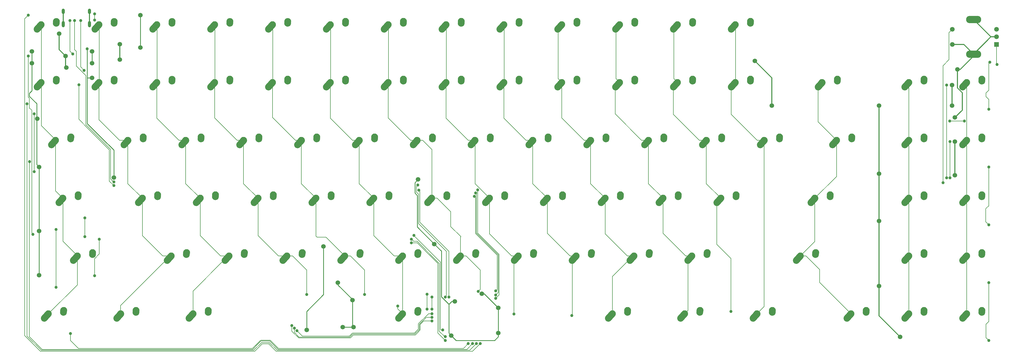
<source format=gbr>
%TF.GenerationSoftware,KiCad,Pcbnew,9.0.4*%
%TF.CreationDate,2025-09-14T19:43:05+01:00*%
%TF.ProjectId,keyboard,6b657962-6f61-4726-942e-6b696361645f,rev?*%
%TF.SameCoordinates,Original*%
%TF.FileFunction,Copper,L1,Top*%
%TF.FilePolarity,Positive*%
%FSLAX46Y46*%
G04 Gerber Fmt 4.6, Leading zero omitted, Abs format (unit mm)*
G04 Created by KiCad (PCBNEW 9.0.4) date 2025-09-14 19:43:05*
%MOMM*%
%LPD*%
G01*
G04 APERTURE LIST*
G04 Aperture macros list*
%AMRoundRect*
0 Rectangle with rounded corners*
0 $1 Rounding radius*
0 $2 $3 $4 $5 $6 $7 $8 $9 X,Y pos of 4 corners*
0 Add a 4 corners polygon primitive as box body*
4,1,4,$2,$3,$4,$5,$6,$7,$8,$9,$2,$3,0*
0 Add four circle primitives for the rounded corners*
1,1,$1+$1,$2,$3*
1,1,$1+$1,$4,$5*
1,1,$1+$1,$6,$7*
1,1,$1+$1,$8,$9*
0 Add four rect primitives between the rounded corners*
20,1,$1+$1,$2,$3,$4,$5,0*
20,1,$1+$1,$4,$5,$6,$7,0*
20,1,$1+$1,$6,$7,$8,$9,0*
20,1,$1+$1,$8,$9,$2,$3,0*%
%AMHorizOval*
0 Thick line with rounded ends*
0 $1 width*
0 $2 $3 position (X,Y) of the first rounded end (center of the circle)*
0 $4 $5 position (X,Y) of the second rounded end (center of the circle)*
0 Add line between two ends*
20,1,$1,$2,$3,$4,$5,0*
0 Add two circle primitives to create the rounded ends*
1,1,$1,$2,$3*
1,1,$1,$4,$5*%
G04 Aperture macros list end*
%TA.AperFunction,ComponentPad*%
%ADD10HorizOval,2.250000X0.655001X0.730000X-0.655001X-0.730000X0*%
%TD*%
%TA.AperFunction,ComponentPad*%
%ADD11C,2.250000*%
%TD*%
%TA.AperFunction,ComponentPad*%
%ADD12HorizOval,2.250000X0.020000X0.290000X-0.020000X-0.290000X0*%
%TD*%
%TA.AperFunction,ComponentPad*%
%ADD13C,1.550000*%
%TD*%
%TA.AperFunction,ComponentPad*%
%ADD14RoundRect,1.200000X1.300000X-0.000010X1.300000X0.000010X-1.300000X0.000010X-1.300000X-0.000010X0*%
%TD*%
%TA.AperFunction,ComponentPad*%
%ADD15R,1.550000X1.550000*%
%TD*%
%TA.AperFunction,ComponentPad*%
%ADD16O,1.000000X1.800000*%
%TD*%
%TA.AperFunction,ComponentPad*%
%ADD17O,1.000000X2.100000*%
%TD*%
%TA.AperFunction,ViaPad*%
%ADD18C,1.500000*%
%TD*%
%TA.AperFunction,ViaPad*%
%ADD19C,1.000000*%
%TD*%
%TA.AperFunction,Conductor*%
%ADD20C,0.304800*%
%TD*%
%TA.AperFunction,Conductor*%
%ADD21C,0.250000*%
%TD*%
%TA.AperFunction,Conductor*%
%ADD22C,0.152400*%
%TD*%
%TA.AperFunction,Conductor*%
%ADD23C,0.200000*%
%TD*%
G04 APERTURE END LIST*
D10*
%TO.P,MX_F9,1,COL*%
%TO.N,COL9*%
X209570001Y-38005000D03*
D11*
X210225000Y-37275000D03*
D12*
%TO.P,MX_F9,2,ROW*%
%TO.N,Net-(D55-A)*%
X215245000Y-36485000D03*
D11*
X215265000Y-36195000D03*
%TD*%
D10*
%TO.P,MX_I1,1,COL*%
%TO.N,COL8*%
X200045001Y-76105000D03*
D11*
X200700000Y-75375000D03*
D12*
%TO.P,MX_I1,2,ROW*%
%TO.N,Net-(D51-A)*%
X205720000Y-74585000D03*
D11*
X205740000Y-74295000D03*
%TD*%
D10*
%TO.P,MX_]1,1,COL*%
%TO.N,COL12*%
X276245001Y-76105000D03*
D11*
X276900000Y-75375000D03*
D12*
%TO.P,MX_]1,2,ROW*%
%TO.N,Net-(D75-A)*%
X281920000Y-74585000D03*
D11*
X281940000Y-74295000D03*
%TD*%
D10*
%TO.P,MX_Left1,1,COL*%
%TO.N,COL13*%
X304820001Y-133255000D03*
D11*
X305475000Y-132525000D03*
D12*
%TO.P,MX_Left1,2,ROW*%
%TO.N,Net-(D48-A)*%
X310495000Y-131735000D03*
D11*
X310515000Y-131445000D03*
%TD*%
D10*
%TO.P,MX_R1,1,COL*%
%TO.N,COL4*%
X123845001Y-76105000D03*
D11*
X124500000Y-75375000D03*
D12*
%TO.P,MX_R1,2,ROW*%
%TO.N,Net-(D27-A)*%
X129520000Y-74585000D03*
D11*
X129540000Y-74295000D03*
%TD*%
D10*
%TO.P,MX_F4,1,COL*%
%TO.N,COL4*%
X114320001Y-38036250D03*
D11*
X114975000Y-37306250D03*
D12*
%TO.P,MX_F4,2,ROW*%
%TO.N,Net-(D25-A)*%
X119995000Y-36516250D03*
D11*
X120015000Y-36226250D03*
%TD*%
D10*
%TO.P,MX_F12,1,COL*%
%TO.N,COL12*%
X266720001Y-38005000D03*
D11*
X267375000Y-37275000D03*
D12*
%TO.P,MX_F12,2,ROW*%
%TO.N,Net-(D73-A)*%
X272395000Y-36485000D03*
D11*
X272415000Y-36195000D03*
%TD*%
D10*
%TO.P,MX_N1,1,COL*%
%TO.N,COL6*%
X176232501Y-114205000D03*
D11*
X176887500Y-113475000D03*
D12*
%TO.P,MX_N1,2,ROW*%
%TO.N,Net-(D41-A)*%
X181907500Y-112685000D03*
D11*
X181927500Y-112395000D03*
%TD*%
D10*
%TO.P,MX_T1,1,COL*%
%TO.N,COL5*%
X142895001Y-76105000D03*
D11*
X143550000Y-75375000D03*
D12*
%TO.P,MX_T1,2,ROW*%
%TO.N,Net-(D33-A)*%
X148570000Y-74585000D03*
D11*
X148590000Y-74295000D03*
%TD*%
D10*
%TO.P,MX_Del1,1,COL*%
%TO.N,COL14*%
X323870001Y-76105000D03*
D11*
X324525000Y-75375000D03*
D12*
%TO.P,MX_Del1,2,ROW*%
%TO.N,Net-(D87-A)*%
X329545000Y-74585000D03*
D11*
X329565000Y-74295000D03*
%TD*%
D10*
%TO.P,MX_LAlt1,1,COL*%
%TO.N,COL2*%
X88126251Y-133255000D03*
D11*
X88781250Y-132525000D03*
D12*
%TO.P,MX_LAlt1,2,ROW*%
%TO.N,Net-(D18-A)*%
X93801250Y-131735000D03*
D11*
X93821250Y-131445000D03*
%TD*%
D10*
%TO.P,MX_Ins1,1,COL*%
%TO.N,COL14*%
X323870001Y-57055000D03*
D11*
X324525000Y-56325000D03*
D12*
%TO.P,MX_Ins1,2,ROW*%
%TO.N,Net-(D86-A)*%
X329545000Y-55535000D03*
D11*
X329565000Y-55245000D03*
%TD*%
D10*
%TO.P,MX_9,1,COL*%
%TO.N,COL9*%
X209570001Y-57055000D03*
D11*
X210225000Y-56325000D03*
D12*
%TO.P,MX_9,2,ROW*%
%TO.N,Net-(D56-A)*%
X215245000Y-55535000D03*
D11*
X215265000Y-55245000D03*
%TD*%
D10*
%TO.P,MX_Y1,1,COL*%
%TO.N,COL6*%
X161945001Y-76105000D03*
D11*
X162600000Y-75375000D03*
D12*
%TO.P,MX_Y1,2,ROW*%
%TO.N,Net-(D39-A)*%
X167620000Y-74585000D03*
D11*
X167640000Y-74295000D03*
%TD*%
D10*
%TO.P,MX_F13,1,COL*%
%TO.N,COL4*%
X128607501Y-95155000D03*
D11*
X129262500Y-94425000D03*
D12*
%TO.P,MX_F13,2,ROW*%
%TO.N,Net-(D28-A)*%
X134282500Y-93635000D03*
D11*
X134302500Y-93345000D03*
%TD*%
D10*
%TO.P,MX_F6,1,COL*%
%TO.N,COL6*%
X152420001Y-38005000D03*
D11*
X153075000Y-37275000D03*
D12*
%TO.P,MX_F6,2,ROW*%
%TO.N,Net-(D37-A)*%
X158095000Y-36485000D03*
D11*
X158115000Y-36195000D03*
%TD*%
D10*
%TO.P,MX_RShift1,1,COL*%
%TO.N,COL13*%
X288151251Y-114205000D03*
D11*
X288806250Y-113475000D03*
D12*
%TO.P,MX_RShift1,2,ROW*%
%TO.N,Net-(D71-A)*%
X293826250Y-112685000D03*
D11*
X293846250Y-112395000D03*
%TD*%
D10*
%TO.P,MX_3,1,COL*%
%TO.N,COL3*%
X95270001Y-57055000D03*
D11*
X95925000Y-56325000D03*
D12*
%TO.P,MX_3,2,ROW*%
%TO.N,Net-(D20-A)*%
X100945000Y-55535000D03*
D11*
X100965000Y-55245000D03*
%TD*%
D10*
%TO.P,MX_Tilda1,1,COL*%
%TO.N,COL0*%
X38120001Y-57086250D03*
D11*
X38775000Y-56356250D03*
D12*
%TO.P,MX_Tilda1,2,ROW*%
%TO.N,Net-(D3-A)*%
X43795000Y-55566250D03*
D11*
X43815000Y-55276250D03*
%TD*%
D10*
%TO.P,MX_RCtrl1,1,COL*%
%TO.N,COL12*%
X273863751Y-133255000D03*
D11*
X274518750Y-132525000D03*
D12*
%TO.P,MX_RCtrl1,2,ROW*%
%TO.N,Net-(D42-A)*%
X279538750Y-131735000D03*
D11*
X279558750Y-131445000D03*
%TD*%
D10*
%TO.P,MX_W1,1,COL*%
%TO.N,COL2*%
X85745001Y-76105000D03*
D11*
X86400000Y-75375000D03*
D12*
%TO.P,MX_W1,2,ROW*%
%TO.N,Net-(D15-A)*%
X91420000Y-74585000D03*
D11*
X91440000Y-74295000D03*
%TD*%
D10*
%TO.P,MX_LCtrl1,1,COL*%
%TO.N,COL0*%
X40501251Y-133255000D03*
D11*
X41156250Y-132525000D03*
D12*
%TO.P,MX_LCtrl1,2,ROW*%
%TO.N,Net-(D8-A)*%
X46176250Y-131735000D03*
D11*
X46196250Y-131445000D03*
%TD*%
D10*
%TO.P,MX_'1,1,COL*%
%TO.N,COL11*%
X261957501Y-95155000D03*
D11*
X262612500Y-94425000D03*
D12*
%TO.P,MX_'1,2,ROW*%
%TO.N,Net-(D70-A)*%
X267632500Y-93635000D03*
D11*
X267652500Y-93345000D03*
%TD*%
D10*
%TO.P,MX_J1,1,COL*%
%TO.N,COL7*%
X185757501Y-95155000D03*
D11*
X186412500Y-94425000D03*
D12*
%TO.P,MX_J1,2,ROW*%
%TO.N,Net-(D46-A)*%
X191432500Y-93635000D03*
D11*
X191452500Y-93345000D03*
%TD*%
D10*
%TO.P,MX_LShift1,1,COL*%
%TO.N,COL0*%
X50026251Y-114205000D03*
D11*
X50681250Y-113475000D03*
D12*
%TO.P,MX_LShift1,2,ROW*%
%TO.N,Net-(D7-A)*%
X55701250Y-112685000D03*
D11*
X55721250Y-112395000D03*
%TD*%
D10*
%TO.P,MX_4,1,COL*%
%TO.N,COL4*%
X114320001Y-57055000D03*
D11*
X114975000Y-56325000D03*
D12*
%TO.P,MX_4,2,ROW*%
%TO.N,Net-(D26-A)*%
X119995000Y-55535000D03*
D11*
X120015000Y-55245000D03*
%TD*%
D10*
%TO.P,MX_[1,1,COL*%
%TO.N,COL11*%
X257195001Y-76105000D03*
D11*
X257850000Y-75375000D03*
D12*
%TO.P,MX_[1,2,ROW*%
%TO.N,Net-(D69-A)*%
X262870000Y-74585000D03*
D11*
X262890000Y-74295000D03*
%TD*%
D10*
%TO.P,MX_.1,1,COL*%
%TO.N,COL9*%
X233382501Y-114205000D03*
D11*
X234037500Y-113475000D03*
D12*
%TO.P,MX_.1,2,ROW*%
%TO.N,Net-(D59-A)*%
X239057500Y-112685000D03*
D11*
X239077500Y-112395000D03*
%TD*%
D10*
%TO.P,MX_Up1,1,COL*%
%TO.N,COL14*%
X323870001Y-114205000D03*
D11*
X324525000Y-113475000D03*
D12*
%TO.P,MX_Up1,2,ROW*%
%TO.N,Net-(D77-A)*%
X329545000Y-112685000D03*
D11*
X329565000Y-112395000D03*
%TD*%
D10*
%TO.P,MX_2,1,COL*%
%TO.N,COL2*%
X76220001Y-57086250D03*
D11*
X76875000Y-56356250D03*
D12*
%TO.P,MX_2,2,ROW*%
%TO.N,Net-(D14-A)*%
X81895000Y-55566250D03*
D11*
X81915000Y-55276250D03*
%TD*%
D10*
%TO.P,MX_Esc1,1,COL*%
%TO.N,COL0*%
X38120001Y-38036250D03*
D11*
X38775000Y-37306250D03*
D12*
%TO.P,MX_Esc1,2,ROW*%
%TO.N,Net-(D1-A)*%
X43795000Y-36516250D03*
D11*
X43815000Y-36226250D03*
%TD*%
D10*
%TO.P,MX_X1,1,COL*%
%TO.N,COL2*%
X100032501Y-114205000D03*
D11*
X100687500Y-113475000D03*
D12*
%TO.P,MX_X1,2,ROW*%
%TO.N,Net-(D17-A)*%
X105707500Y-112685000D03*
D11*
X105727500Y-112395000D03*
%TD*%
D10*
%TO.P,MX_Z1,1,COL*%
%TO.N,COL1*%
X80982501Y-114205000D03*
D11*
X81637500Y-113475000D03*
D12*
%TO.P,MX_Z1,2,ROW*%
%TO.N,Net-(D11-A)*%
X86657500Y-112685000D03*
D11*
X86677500Y-112395000D03*
%TD*%
D10*
%TO.P,MX_7,1,COL*%
%TO.N,COL7*%
X171470001Y-57055000D03*
D11*
X172125000Y-56325000D03*
D12*
%TO.P,MX_7,2,ROW*%
%TO.N,Net-(D44-A)*%
X177145000Y-55535000D03*
D11*
X177165000Y-55245000D03*
%TD*%
D10*
%TO.P,MX_End1,1,COL*%
%TO.N,COL15*%
X342920001Y-76105000D03*
D11*
X343575000Y-75375000D03*
D12*
%TO.P,MX_End1,2,ROW*%
%TO.N,Net-(D93-A)*%
X348595000Y-74585000D03*
D11*
X348615000Y-74295000D03*
%TD*%
D10*
%TO.P,MX_B1,1,COL*%
%TO.N,COL5*%
X157182501Y-114205000D03*
D11*
X157837500Y-113475000D03*
D12*
%TO.P,MX_B1,2,ROW*%
%TO.N,Net-(D35-A)*%
X162857500Y-112685000D03*
D11*
X162877500Y-112395000D03*
%TD*%
D10*
%TO.P,MX_D1,1,COL*%
%TO.N,COL3*%
X109557501Y-95155000D03*
D11*
X110212500Y-94425000D03*
D12*
%TO.P,MX_D1,2,ROW*%
%TO.N,Net-(D22-A)*%
X115232500Y-93635000D03*
D11*
X115252500Y-93345000D03*
%TD*%
D10*
%TO.P,MX_F1,1,COL*%
%TO.N,COL1*%
X57170001Y-38036250D03*
D11*
X57825000Y-37306250D03*
D12*
%TO.P,MX_F1,2,ROW*%
%TO.N,Net-(D2-A)*%
X62845000Y-36516250D03*
D11*
X62865000Y-36226250D03*
%TD*%
D10*
%TO.P,MX_V1,1,COL*%
%TO.N,COL4*%
X138132501Y-114205000D03*
D11*
X138787500Y-113475000D03*
D12*
%TO.P,MX_V1,2,ROW*%
%TO.N,Net-(D29-A)*%
X143807500Y-112685000D03*
D11*
X143827500Y-112395000D03*
%TD*%
D10*
%TO.P,MX_5,1,COL*%
%TO.N,COL5*%
X133370001Y-57055000D03*
D11*
X134025000Y-56325000D03*
D12*
%TO.P,MX_5,2,ROW*%
%TO.N,Net-(D32-A)*%
X139045000Y-55535000D03*
D11*
X139065000Y-55245000D03*
%TD*%
D10*
%TO.P,MX_PtrSc1,1,COL*%
%TO.N,COL14*%
X323870001Y-95155000D03*
D11*
X324525000Y-94425000D03*
D12*
%TO.P,MX_PtrSc1,2,ROW*%
%TO.N,Net-(D82-A)*%
X329545000Y-93635000D03*
D11*
X329565000Y-93345000D03*
%TD*%
D10*
%TO.P,MX_1,1,COL*%
%TO.N,COL1*%
X57170001Y-57086250D03*
D11*
X57825000Y-56356250D03*
D12*
%TO.P,MX_1,2,ROW*%
%TO.N,Net-(D4-A)*%
X62845000Y-55566250D03*
D11*
X62865000Y-55276250D03*
%TD*%
D10*
%TO.P,MX_PgDn1,1,COL*%
%TO.N,COL15*%
X342920001Y-114205000D03*
D11*
X343575000Y-113475000D03*
D12*
%TO.P,MX_PgDn1,2,ROW*%
%TO.N,Net-(D83-A)*%
X348595000Y-112685000D03*
D11*
X348615000Y-112395000D03*
%TD*%
D10*
%TO.P,MX_F8,1,COL*%
%TO.N,COL8*%
X190520001Y-38036250D03*
D11*
X191175000Y-37306250D03*
D12*
%TO.P,MX_F8,2,ROW*%
%TO.N,Net-(D49-A)*%
X196195000Y-36516250D03*
D11*
X196215000Y-36226250D03*
%TD*%
D10*
%TO.P,MX_BckSpace1,1,COL*%
%TO.N,COL13*%
X295295001Y-57055000D03*
D11*
X295950000Y-56325000D03*
D12*
%TO.P,MX_BckSpace1,2,ROW*%
%TO.N,Net-(D80-A)*%
X300970000Y-55535000D03*
D11*
X300990000Y-55245000D03*
%TD*%
D10*
%TO.P,MX_Space1,1,COL*%
%TO.N,COL5*%
X157182501Y-133255000D03*
D11*
X157837500Y-132525000D03*
D12*
%TO.P,MX_Space1,2,ROW*%
%TO.N,Net-(D24-A)*%
X162857500Y-131735000D03*
D11*
X162877500Y-131445000D03*
%TD*%
D10*
%TO.P,MX_H1,1,COL*%
%TO.N,COL6*%
X166707501Y-95155000D03*
D11*
X167362500Y-94425000D03*
D12*
%TO.P,MX_H1,2,ROW*%
%TO.N,Net-(D40-A)*%
X172382500Y-93635000D03*
D11*
X172402500Y-93345000D03*
%TD*%
D10*
%TO.P,MX_Caps1,1,COL*%
%TO.N,COL0*%
X45263751Y-95155000D03*
D11*
X45918750Y-94425000D03*
D12*
%TO.P,MX_Caps1,2,ROW*%
%TO.N,Net-(D6-A)*%
X50938750Y-93635000D03*
D11*
X50958750Y-93345000D03*
%TD*%
D10*
%TO.P,MX_6,1,COL*%
%TO.N,COL6*%
X152420001Y-57055000D03*
D11*
X153075000Y-56325000D03*
D12*
%TO.P,MX_6,2,ROW*%
%TO.N,Net-(D38-A)*%
X158095000Y-55535000D03*
D11*
X158115000Y-55245000D03*
%TD*%
D10*
%TO.P,MX_RAlt1,1,COL*%
%TO.N,COL9*%
X226238751Y-133255000D03*
D11*
X226893750Y-132525000D03*
D12*
%TO.P,MX_RAlt1,2,ROW*%
%TO.N,Net-(D30-A)*%
X231913750Y-131735000D03*
D11*
X231933750Y-131445000D03*
%TD*%
D10*
%TO.P,MX_LWin1,1,COL*%
%TO.N,COL1*%
X64313751Y-133255000D03*
D11*
X64968750Y-132525000D03*
D12*
%TO.P,MX_LWin1,2,ROW*%
%TO.N,Net-(D12-A)*%
X69988750Y-131735000D03*
D11*
X70008750Y-131445000D03*
%TD*%
D10*
%TO.P,MX_C1,1,COL*%
%TO.N,COL3*%
X119082501Y-114205000D03*
D11*
X119737500Y-113475000D03*
D12*
%TO.P,MX_C1,2,ROW*%
%TO.N,Net-(D23-A)*%
X124757500Y-112685000D03*
D11*
X124777500Y-112395000D03*
%TD*%
D10*
%TO.P,MX_F7,1,COL*%
%TO.N,COL7*%
X171470001Y-38005000D03*
D11*
X172125000Y-37275000D03*
D12*
%TO.P,MX_F7,2,ROW*%
%TO.N,Net-(D43-A)*%
X177145000Y-36485000D03*
D11*
X177165000Y-36195000D03*
%TD*%
D10*
%TO.P,MX_F11,1,COL*%
%TO.N,COL11*%
X247670001Y-38036250D03*
D11*
X248325000Y-37306250D03*
D12*
%TO.P,MX_F11,2,ROW*%
%TO.N,Net-(D67-A)*%
X253345000Y-36516250D03*
D11*
X253365000Y-36226250D03*
%TD*%
D10*
%TO.P,MX_M1,1,COL*%
%TO.N,COL7*%
X195282501Y-114205000D03*
D11*
X195937500Y-113475000D03*
D12*
%TO.P,MX_M1,2,ROW*%
%TO.N,Net-(D47-A)*%
X200957500Y-112685000D03*
D11*
X200977500Y-112395000D03*
%TD*%
D10*
%TO.P,MX_Q1,1,COL*%
%TO.N,COL1*%
X66695001Y-76105000D03*
D11*
X67350000Y-75375000D03*
D12*
%TO.P,MX_Q1,2,ROW*%
%TO.N,Net-(D9-A)*%
X72370000Y-74585000D03*
D11*
X72390000Y-74295000D03*
%TD*%
D10*
%TO.P,MX_-1,1,COL*%
%TO.N,COL11*%
X247670001Y-57055000D03*
D11*
X248325000Y-56325000D03*
D12*
%TO.P,MX_-1,2,ROW*%
%TO.N,Net-(D68-A)*%
X253345000Y-55535000D03*
D11*
X253365000Y-55245000D03*
%TD*%
D10*
%TO.P,MX_E1,1,COL*%
%TO.N,COL3*%
X104795001Y-76105000D03*
D11*
X105450000Y-75375000D03*
D12*
%TO.P,MX_E1,2,ROW*%
%TO.N,Net-(D21-A)*%
X110470000Y-74585000D03*
D11*
X110490000Y-74295000D03*
%TD*%
D10*
%TO.P,MX_A1,1,COL*%
%TO.N,COL1*%
X71457501Y-95155000D03*
D11*
X72112500Y-94425000D03*
D12*
%TO.P,MX_A1,2,ROW*%
%TO.N,Net-(D10-A)*%
X77132500Y-93635000D03*
D11*
X77152500Y-93345000D03*
%TD*%
D10*
%TO.P,MX_Tab1,1,COL*%
%TO.N,COL0*%
X42882501Y-76105000D03*
D11*
X43537500Y-75375000D03*
D12*
%TO.P,MX_Tab1,2,ROW*%
%TO.N,Net-(D5-A)*%
X48557500Y-74585000D03*
D11*
X48577500Y-74295000D03*
%TD*%
D10*
%TO.P,MX_O1,1,COL*%
%TO.N,COL9*%
X219095001Y-76105000D03*
D11*
X219750000Y-75375000D03*
D12*
%TO.P,MX_O1,2,ROW*%
%TO.N,Net-(D57-A)*%
X224770000Y-74585000D03*
D11*
X224790000Y-74295000D03*
%TD*%
D10*
%TO.P,MX_Right1,1,COL*%
%TO.N,COL15*%
X342920001Y-133255000D03*
D11*
X343575000Y-132525000D03*
D12*
%TO.P,MX_Right1,2,ROW*%
%TO.N,Net-(D60-A)*%
X348595000Y-131735000D03*
D11*
X348615000Y-131445000D03*
%TD*%
D10*
%TO.P,MX_U1,1,COL*%
%TO.N,COL7*%
X180995001Y-76105000D03*
D11*
X181650000Y-75375000D03*
D12*
%TO.P,MX_U1,2,ROW*%
%TO.N,Net-(D45-A)*%
X186670000Y-74585000D03*
D11*
X186690000Y-74295000D03*
%TD*%
D10*
%TO.P,MX_\u005C1,1,COL*%
%TO.N,COL13*%
X300057501Y-76105000D03*
D11*
X300712500Y-75375000D03*
D12*
%TO.P,MX_\u005C1,2,ROW*%
%TO.N,Net-(D81-A)*%
X305732500Y-74585000D03*
D11*
X305752500Y-74295000D03*
%TD*%
D10*
%TO.P,MX_PgUp1,1,COL*%
%TO.N,COL15*%
X342920001Y-95155000D03*
D11*
X343575000Y-94425000D03*
D12*
%TO.P,MX_PgUp1,2,ROW*%
%TO.N,Net-(D88-A)*%
X348595000Y-93635000D03*
D11*
X348615000Y-93345000D03*
%TD*%
D10*
%TO.P,MX_F3,1,COL*%
%TO.N,COL3*%
X95270001Y-38036250D03*
D11*
X95925000Y-37306250D03*
D12*
%TO.P,MX_F3,2,ROW*%
%TO.N,Net-(D19-A)*%
X100945000Y-36516250D03*
D11*
X100965000Y-36226250D03*
%TD*%
D13*
%TO.P,ENC1,1,1*%
%TO.N,GND*%
X338871875Y-43775000D03*
%TO.P,ENC1,2,2*%
%TO.N,S1*%
X338871875Y-38775000D03*
D14*
%TO.P,ENC1,3,MNT_1*%
%TO.N,GND*%
X345871875Y-46975000D03*
%TO.P,ENC1,4,MNT_2*%
X345871875Y-35575000D03*
D15*
%TO.P,ENC1,A,CHANNEL_A*%
%TO.N,A*%
X353371875Y-43775000D03*
D13*
%TO.P,ENC1,B,CHANNEL_B*%
%TO.N,B*%
X353371875Y-38775000D03*
%TO.P,ENC1,C,COMMON*%
%TO.N,GND*%
X353371875Y-41275000D03*
%TD*%
D10*
%TO.P,MX_;1,1,COL*%
%TO.N,COL10*%
X242907501Y-95155000D03*
D11*
X243562500Y-94425000D03*
D12*
%TO.P,MX_;1,2,ROW*%
%TO.N,Net-(D64-A)*%
X248582500Y-93635000D03*
D11*
X248602500Y-93345000D03*
%TD*%
D10*
%TO.P,MX_P1,1,COL*%
%TO.N,COL10*%
X238145001Y-76105000D03*
D11*
X238800000Y-75375000D03*
D12*
%TO.P,MX_P1,2,ROW*%
%TO.N,Net-(D63-A)*%
X243820000Y-74585000D03*
D11*
X243840000Y-74295000D03*
%TD*%
D10*
%TO.P,MX_Down1,1,COL*%
%TO.N,COL14*%
X323870001Y-133255000D03*
D11*
X324525000Y-132525000D03*
D12*
%TO.P,MX_Down1,2,ROW*%
%TO.N,Net-(D54-A)*%
X329545000Y-131735000D03*
D11*
X329565000Y-131445000D03*
%TD*%
D10*
%TO.P,MX_F5,1,COL*%
%TO.N,COL5*%
X133370001Y-38005000D03*
D11*
X134025000Y-37275000D03*
D12*
%TO.P,MX_F5,2,ROW*%
%TO.N,Net-(D31-A)*%
X139045000Y-36485000D03*
D11*
X139065000Y-36195000D03*
%TD*%
D10*
%TO.P,MX_Enter1,1,COL*%
%TO.N,COL13*%
X292913751Y-95155000D03*
D11*
X293568750Y-94425000D03*
D12*
%TO.P,MX_Enter1,2,ROW*%
%TO.N,Net-(D76-A)*%
X298588750Y-93635000D03*
D11*
X298608750Y-93345000D03*
%TD*%
D10*
%TO.P,MX_\u002C1,1,COL*%
%TO.N,COL8*%
X214332501Y-114205000D03*
D11*
X214987500Y-113475000D03*
D12*
%TO.P,MX_\u002C1,2,ROW*%
%TO.N,Net-(D53-A)*%
X220007500Y-112685000D03*
D11*
X220027500Y-112395000D03*
%TD*%
D10*
%TO.P,MX_G1,1,COL*%
%TO.N,COL5*%
X147657501Y-95155000D03*
D11*
X148312500Y-94425000D03*
D12*
%TO.P,MX_G1,2,ROW*%
%TO.N,Net-(D34-A)*%
X153332500Y-93635000D03*
D11*
X153352500Y-93345000D03*
%TD*%
D10*
%TO.P,MX_F2,1,COL*%
%TO.N,COL2*%
X76220001Y-38036250D03*
D11*
X76875000Y-37306250D03*
D12*
%TO.P,MX_F2,2,ROW*%
%TO.N,Net-(D13-A)*%
X81895000Y-36516250D03*
D11*
X81915000Y-36226250D03*
%TD*%
D10*
%TO.P,MX_=1,1,COL*%
%TO.N,COL12*%
X266720001Y-57055000D03*
D11*
X267375000Y-56325000D03*
D12*
%TO.P,MX_=1,2,ROW*%
%TO.N,Net-(D74-A)*%
X272395000Y-55535000D03*
D11*
X272415000Y-55245000D03*
%TD*%
D10*
%TO.P,MX_0,1,COL*%
%TO.N,COL10*%
X228620001Y-57055000D03*
D11*
X229275000Y-56325000D03*
D12*
%TO.P,MX_0,2,ROW*%
%TO.N,Net-(D62-A)*%
X234295000Y-55535000D03*
D11*
X234315000Y-55245000D03*
%TD*%
D10*
%TO.P,MX_S1,1,COL*%
%TO.N,COL2*%
X90507501Y-95155000D03*
D11*
X91162500Y-94425000D03*
D12*
%TO.P,MX_S1,2,ROW*%
%TO.N,Net-(D16-A)*%
X96182500Y-93635000D03*
D11*
X96202500Y-93345000D03*
%TD*%
D10*
%TO.P,MX_RWin1,1,COL*%
%TO.N,COL10*%
X250051251Y-133255000D03*
D11*
X250706250Y-132525000D03*
D12*
%TO.P,MX_RWin1,2,ROW*%
%TO.N,Net-(D36-A)*%
X255726250Y-131735000D03*
D11*
X255746250Y-131445000D03*
%TD*%
D10*
%TO.P,MX_8,1,COL*%
%TO.N,COL8*%
X190520001Y-57055000D03*
D11*
X191175000Y-56325000D03*
D12*
%TO.P,MX_8,2,ROW*%
%TO.N,Net-(D50-A)*%
X196195000Y-55535000D03*
D11*
X196215000Y-55245000D03*
%TD*%
D10*
%TO.P,MX_K1,1,COL*%
%TO.N,COL8*%
X204807501Y-95155000D03*
D11*
X205462500Y-94425000D03*
D12*
%TO.P,MX_K1,2,ROW*%
%TO.N,Net-(D52-A)*%
X210482500Y-93635000D03*
D11*
X210502500Y-93345000D03*
%TD*%
D10*
%TO.P,MX_L1,1,COL*%
%TO.N,COL9*%
X223857501Y-95155000D03*
D11*
X224512500Y-94425000D03*
D12*
%TO.P,MX_L1,2,ROW*%
%TO.N,Net-(D58-A)*%
X229532500Y-93635000D03*
D11*
X229552500Y-93345000D03*
%TD*%
D10*
%TO.P,MX_F10,1,COL*%
%TO.N,COL10*%
X228620001Y-38005000D03*
D11*
X229275000Y-37275000D03*
D12*
%TO.P,MX_F10,2,ROW*%
%TO.N,Net-(D61-A)*%
X234295000Y-36485000D03*
D11*
X234315000Y-36195000D03*
%TD*%
D10*
%TO.P,MX_Home1,1,COL*%
%TO.N,COL15*%
X342920001Y-57055000D03*
D11*
X343575000Y-56325000D03*
D12*
%TO.P,MX_Home1,2,ROW*%
%TO.N,Net-(D92-A)*%
X348595000Y-55535000D03*
D11*
X348615000Y-55245000D03*
%TD*%
D10*
%TO.P,MX_/1,1,COL*%
%TO.N,COL10*%
X252432501Y-114205000D03*
D11*
X253087500Y-113475000D03*
D12*
%TO.P,MX_/1,2,ROW*%
%TO.N,Net-(D65-A)*%
X258107500Y-112685000D03*
D11*
X258127500Y-112395000D03*
%TD*%
D16*
%TO.P,J3,S1,SHIELD*%
%TO.N,GND*%
X46099000Y-32880000D03*
D17*
X46099000Y-37080000D03*
D16*
X54739000Y-32880000D03*
D17*
X54739000Y-37080000D03*
%TD*%
D18*
%TO.N,GND*%
X55562500Y-46037500D03*
X55562500Y-50006250D03*
X71437500Y-34131250D03*
X71437500Y-44846875D03*
X38100000Y-105257239D03*
X340518750Y-51990625D03*
X38100000Y-84137500D03*
X339725000Y-67865625D03*
X141684375Y-136921875D03*
X38100000Y-119856250D03*
X136525000Y-122301000D03*
X35718750Y-50006250D03*
X138112500Y-136921875D03*
X141287500Y-128008175D03*
X35718750Y-46037500D03*
X37488700Y-68262500D03*
%TO.N,+5V*%
X273843750Y-49212500D03*
X314706000Y-101981000D03*
X46831250Y-47625000D03*
X279400000Y-63956250D03*
X338765625Y-63956250D03*
X47117000Y-51435000D03*
X338765625Y-57150000D03*
X314706000Y-123361100D03*
X44730750Y-40259000D03*
X314706000Y-63956250D03*
X314706000Y-86396050D03*
X339725000Y-75803125D03*
X321691000Y-140156250D03*
X64683158Y-43663717D03*
X64690625Y-48756250D03*
X339725000Y-86883650D03*
D19*
%TO.N,ROW0*%
X183356250Y-142380000D03*
X34528125Y-34131250D03*
%TO.N,ROW1*%
X182102057Y-142380000D03*
X34150000Y-63316937D03*
%TO.N,COL0*%
X123031250Y-138112500D03*
X167481728Y-132511840D03*
%TO.N,COL1*%
X122183074Y-137264324D03*
X167468817Y-133711273D03*
%TO.N,D+*%
X173037500Y-126991285D03*
X51228946Y-57117929D03*
X62706250Y-90279776D03*
X163200985Y-91811601D03*
%TO.N,D-*%
X49784000Y-35941000D03*
X162843381Y-90141845D03*
X62706250Y-89080273D03*
X171887497Y-126991285D03*
%TO.N,ROW3*%
X53181250Y-100965000D03*
X160734375Y-107990622D03*
X53181250Y-107156250D03*
X171846875Y-140096875D03*
%TO.N,ROW2*%
X180875652Y-142380000D03*
X34943750Y-82393260D03*
%TO.N,ROW5*%
X48418750Y-139065000D03*
X179451017Y-142380000D03*
%TO.N,A*%
X336946875Y-57150000D03*
X181439425Y-93853859D03*
X188515625Y-125015625D03*
X353615625Y-50403125D03*
X336946875Y-87709375D03*
%TO.N,B*%
X338096878Y-87709375D03*
X188515625Y-126305281D03*
X342848800Y-69056250D03*
X338096878Y-75803125D03*
X181836300Y-92706718D03*
X337981250Y-69056250D03*
%TO.N,S1*%
X188515625Y-127455284D03*
X335756250Y-89319593D03*
X182562500Y-91678125D03*
%TO.N,COL5*%
X156182615Y-129988865D03*
%TO.N,COL4*%
X145256250Y-126149226D03*
X165893750Y-126067063D03*
X165893750Y-130968750D03*
%TO.N,COL2*%
X167508635Y-134910115D03*
X121334898Y-136416148D03*
%TO.N,COL3*%
X167481250Y-126991285D03*
X126206250Y-126206250D03*
X167481250Y-130968750D03*
%TO.N,COL6*%
X182688042Y-125165931D03*
%TO.N,COL7*%
X194468750Y-132635800D03*
%TO.N,Net-(J3-CC2)*%
X56356250Y-35718750D03*
X56356250Y-33734375D03*
%TO.N,Net-(J3-D+-PadA6)*%
X51816000Y-35941000D03*
X52959000Y-52324000D03*
%TO.N,Net-(J3-CC1)*%
X48260000Y-35941000D03*
X49212500Y-46905750D03*
%TO.N,RGB_PIN*%
X36115625Y-106331739D03*
X34528125Y-47625000D03*
X161528125Y-106706730D03*
X171007887Y-137862000D03*
D18*
%TO.N,+3V3*%
X55562500Y-54768750D03*
X126206250Y-137831750D03*
X62706250Y-87630770D03*
X189309375Y-130571875D03*
X189309375Y-138906250D03*
X131762500Y-110331250D03*
X173831250Y-139700000D03*
X162941000Y-88265000D03*
X175021875Y-128437000D03*
X168275000Y-109537500D03*
X183866104Y-125922354D03*
D19*
X53975000Y-45243750D03*
%TO.N,Net-(LED_CAPS1-DOUT)*%
X43656250Y-104775000D03*
X43656250Y-123825000D03*
%TO.N,Net-(LED_End1-DOUT)*%
X350837500Y-103187500D03*
X350837500Y-84137500D03*
%TO.N,Net-(LED_F12-DOUT)*%
X350837500Y-65087500D03*
X351234375Y-49609375D03*
%TO.N,Net-(LED_PGDN1-DOUT)*%
X350837500Y-141287500D03*
X350837500Y-122237500D03*
%TO.N,Net-(LED_TAB1-DIN)*%
X36512500Y-85725000D03*
X36512500Y-66675000D03*
%TO.N,COL11*%
X265906250Y-131762500D03*
%TO.N,COL8*%
X213518750Y-133135800D03*
%TO.N,ROW4*%
X160734375Y-109140625D03*
X57943750Y-107980750D03*
X171846875Y-141287500D03*
X56356250Y-120015000D03*
%TD*%
D20*
%TO.N,GND*%
X339725000Y-67865625D02*
X342106250Y-65484375D01*
X351571875Y-41275000D02*
X345871875Y-46975000D01*
X341456250Y-51990625D02*
X346471875Y-46975000D01*
D21*
X141684375Y-136921875D02*
X138112500Y-136921875D01*
X35718750Y-50006250D02*
X35718750Y-46037500D01*
D20*
X340518750Y-58099657D02*
X340518750Y-51990625D01*
D21*
X71437500Y-34131250D02*
X71437500Y-44846875D01*
X38100000Y-84137500D02*
X38100000Y-119856250D01*
X37488700Y-68262500D02*
X37306250Y-68080050D01*
D20*
X340518750Y-51990625D02*
X341456250Y-51990625D01*
D21*
X35718750Y-59065409D02*
X35718750Y-50006250D01*
X141287500Y-128008175D02*
X141287500Y-136525000D01*
X37306250Y-63234591D02*
X34925000Y-60853341D01*
X136525000Y-123031250D02*
X136525000Y-122301000D01*
D20*
X338871875Y-43775000D02*
X342671875Y-43775000D01*
D21*
X55562500Y-50006250D02*
X55562500Y-46037500D01*
X141287500Y-136525000D02*
X141684375Y-136921875D01*
D20*
X54739000Y-32880000D02*
X54739000Y-37080000D01*
X342106250Y-65484375D02*
X342106250Y-59687157D01*
D21*
X37488700Y-68262500D02*
X37306250Y-68444950D01*
X34925000Y-60853341D02*
X34925000Y-59859159D01*
X141287500Y-127793750D02*
X136525000Y-123031250D01*
D20*
X353371875Y-41275000D02*
X351571875Y-41275000D01*
X342671875Y-43775000D02*
X345871875Y-46975000D01*
D21*
X37306250Y-68080050D02*
X37306250Y-63234591D01*
D20*
X351571875Y-41275000D02*
X345871875Y-35575000D01*
D21*
X34925000Y-59859159D02*
X35718750Y-59065409D01*
X141287500Y-128008175D02*
X141287500Y-127793750D01*
D20*
X46099000Y-32880000D02*
X46099000Y-37080000D01*
D21*
X37306250Y-83343750D02*
X38100000Y-84137500D01*
D20*
X342106250Y-59687157D02*
X340518750Y-58099657D01*
D21*
X37306250Y-68444950D02*
X37306250Y-83343750D01*
D20*
%TO.N,+5V*%
X314706000Y-86396050D02*
X314706000Y-101981000D01*
X273843750Y-49212500D02*
X279400000Y-54768750D01*
X338765625Y-57150000D02*
X338765625Y-63956250D01*
X44730750Y-45524500D02*
X46831250Y-47625000D01*
X279400000Y-54768750D02*
X279400000Y-63956250D01*
X314706000Y-101981000D02*
X314706000Y-123361100D01*
X46831250Y-51149250D02*
X47117000Y-51435000D01*
X339725000Y-75803125D02*
X339725000Y-86883650D01*
X44730750Y-40259000D02*
X44730750Y-45524500D01*
X314706000Y-133171250D02*
X321691000Y-140156250D01*
X64683158Y-48748783D02*
X64690625Y-48756250D01*
X314706000Y-63956250D02*
X314706000Y-86396050D01*
X314706000Y-123361100D02*
X314706000Y-133171250D01*
X64683158Y-43663717D02*
X64683158Y-48748783D01*
X46831250Y-47625000D02*
X46831250Y-51149250D01*
D22*
%TO.N,ROW0*%
X180876875Y-144859375D02*
X116141329Y-144859375D01*
X183356250Y-142380000D02*
X180876875Y-144859375D01*
X113693533Y-142411579D02*
X111588421Y-142411579D01*
X34528125Y-34131250D02*
X33337500Y-35321875D01*
X116141329Y-144859375D02*
X113693533Y-142411579D01*
X111588421Y-142411579D02*
X109140625Y-144859375D01*
X33337500Y-35321875D02*
X33337500Y-139699998D01*
X109140625Y-144859375D02*
X38496875Y-144859375D01*
X38496875Y-144859375D02*
X33337500Y-139700000D01*
%TO.N,ROW1*%
X116474647Y-144556975D02*
X113879731Y-141962059D01*
X111402224Y-141962059D02*
X108807308Y-144556975D01*
X108807308Y-144556975D02*
X38830194Y-144556975D01*
X113879731Y-141962059D02*
X111402224Y-141962059D01*
X34150000Y-139876781D02*
X34150000Y-63316937D01*
X179925082Y-144556975D02*
X116474647Y-144556975D01*
X38830194Y-144556975D02*
X34150000Y-139876781D01*
X182102057Y-142380000D02*
X179925082Y-144556975D01*
%TO.N,COL0*%
X140300340Y-139888950D02*
X124807700Y-139888950D01*
X163012990Y-137615083D02*
X161721823Y-138906250D01*
X46005750Y-94456250D02*
X46005750Y-108680250D01*
X43537500Y-75375000D02*
X43537500Y-92043750D01*
X50681250Y-113475000D02*
X50681250Y-123000000D01*
X50681250Y-123000000D02*
X41156250Y-132525000D01*
X141283040Y-138906250D02*
X140300340Y-139888950D01*
X38893750Y-70580250D02*
X43719750Y-75406250D01*
X38893750Y-56356250D02*
X38893750Y-70580250D01*
X166354280Y-132511840D02*
X163012990Y-135853130D01*
X46005750Y-108680250D02*
X50831750Y-113506250D01*
X124807700Y-139888950D02*
X123031250Y-138112500D01*
X43537500Y-92043750D02*
X45918750Y-94425000D01*
X167481728Y-132511840D02*
X166354280Y-132511840D01*
X163012990Y-135853130D02*
X163012990Y-137615083D01*
X38893750Y-37306250D02*
X38893750Y-56356250D01*
X161721823Y-138906250D02*
X141283040Y-138906250D01*
%TO.N,COL1*%
X161847081Y-139208650D02*
X141408298Y-139208650D01*
X64968750Y-129796659D02*
X64968750Y-132525000D01*
X122183074Y-138638420D02*
X122183074Y-137264324D01*
X140425598Y-140191350D02*
X123736004Y-140191350D01*
X141408298Y-139208650D02*
X140425598Y-140191350D01*
X163315390Y-137740341D02*
X161847081Y-139208650D01*
X67350000Y-89662500D02*
X72112500Y-94425000D01*
X123736004Y-140191350D02*
X122183074Y-138638420D01*
X57943750Y-37306250D02*
X57943750Y-56356250D01*
X64580000Y-75375000D02*
X67350000Y-75375000D01*
X167468817Y-133711273D02*
X165582505Y-133711273D01*
X67595750Y-75406250D02*
X67727329Y-75537829D01*
X163315390Y-135978388D02*
X163315390Y-137740341D01*
X67350000Y-75375000D02*
X67350000Y-89662500D01*
X57825000Y-68620000D02*
X64580000Y-75375000D01*
X72112500Y-106783500D02*
X78804000Y-113475000D01*
X165582505Y-133711273D02*
X163315390Y-135978388D01*
X80327500Y-114935000D02*
X79830409Y-114935000D01*
X72112500Y-94425000D02*
X72112500Y-106783500D01*
X57825000Y-56356250D02*
X57825000Y-68620000D01*
X78804000Y-113475000D02*
X81637500Y-113475000D01*
X79830409Y-114935000D02*
X64968750Y-129796659D01*
D23*
%TO.N,D+*%
X163487500Y-92098116D02*
X163200985Y-91811601D01*
X173037500Y-111954105D02*
X163487500Y-102404105D01*
X51228946Y-57117929D02*
X51196875Y-57150000D01*
X60836247Y-78070003D02*
X61257219Y-78490975D01*
X51196875Y-68430631D02*
X54486247Y-71720003D01*
X61257219Y-88830745D02*
X62706250Y-90279776D01*
X54486247Y-71720003D02*
X54486247Y-71731525D01*
X60824725Y-78070003D02*
X60836247Y-78070003D01*
X173037500Y-126991285D02*
X173037500Y-111954105D01*
X61257219Y-78490975D02*
X61257219Y-88830745D01*
X51196875Y-57150000D02*
X51196875Y-68430631D01*
X163487500Y-102404105D02*
X163487500Y-92098116D01*
X54486247Y-71731525D02*
X60824725Y-78070003D01*
%TO.N,D-*%
X171887497Y-126991285D02*
X172243750Y-126635032D01*
X49784000Y-45466000D02*
X49784000Y-35941000D01*
X53500961Y-54008961D02*
X53213000Y-53721000D01*
X162401485Y-92453469D02*
X162401485Y-90583741D01*
X50419000Y-46101000D02*
X49784000Y-45466000D01*
X53213000Y-53721000D02*
X50419000Y-50927000D01*
X53550480Y-70219230D02*
X53641625Y-70310375D01*
X163087980Y-93139964D02*
X162401485Y-92453469D01*
X162401485Y-90583741D02*
X162843381Y-90141845D01*
X50419000Y-50038000D02*
X50419000Y-46101000D01*
X53641625Y-70310375D02*
X61656739Y-78325489D01*
X53641625Y-70310375D02*
X53500961Y-70169711D01*
X172243750Y-126635032D02*
X172243750Y-111918750D01*
X62671519Y-89080273D02*
X62706250Y-89080273D01*
X53500961Y-70169711D02*
X53500961Y-55084039D01*
X53500961Y-55084039D02*
X53500961Y-54008961D01*
X172243750Y-111918750D02*
X163087980Y-102762980D01*
X61656739Y-88065493D02*
X62671519Y-89080273D01*
X50419000Y-50927000D02*
X50419000Y-50038000D01*
X61656739Y-78325489D02*
X61656739Y-88065493D01*
X163087980Y-102762980D02*
X163087980Y-93139964D01*
D22*
%TO.N,ROW3*%
X169862500Y-138244615D02*
X171714760Y-140096875D01*
X171714760Y-140096875D02*
X171846875Y-140096875D01*
X161426943Y-108683190D02*
X162658190Y-108683190D01*
X53181250Y-100965000D02*
X53181250Y-107156250D01*
X162658190Y-108683190D02*
X169862500Y-115887500D01*
X160734375Y-107990622D02*
X161426943Y-108683190D01*
X169862500Y-115887500D02*
X169862500Y-138244615D01*
%TO.N,ROW2*%
X34925000Y-82412010D02*
X34943750Y-82393260D01*
X179001077Y-144254575D02*
X116807965Y-144254575D01*
X108473989Y-144254575D02*
X39093480Y-144254575D01*
X180875652Y-142380000D02*
X179001077Y-144254575D01*
X34925000Y-140086095D02*
X34925000Y-82412010D01*
X110092407Y-142636157D02*
X108473989Y-144254575D01*
X116807965Y-144254575D02*
X114065929Y-141512539D01*
X39093480Y-144254575D02*
X34925000Y-140086095D01*
X111216027Y-141512539D02*
X110092407Y-142636157D01*
X114065929Y-141512539D02*
X111216027Y-141512539D01*
%TO.N,ROW5*%
X177878842Y-143952175D02*
X116933223Y-143952175D01*
X179451017Y-142380000D02*
X177878842Y-143952175D01*
X108348731Y-143952175D02*
X51083425Y-143952175D01*
X48418750Y-141287500D02*
X48418750Y-139065000D01*
X116933223Y-143952175D02*
X114191187Y-141210139D01*
X111090767Y-141210139D02*
X108348731Y-143952175D01*
X114191187Y-141210139D02*
X111090767Y-141210139D01*
X51083425Y-143952175D02*
X48418750Y-141287500D01*
%TO.N,A*%
X353615625Y-50403125D02*
X353371875Y-50159375D01*
X189006975Y-113234633D02*
X181863225Y-106090883D01*
X181863225Y-106090883D02*
X181863225Y-94277659D01*
X353371875Y-50159375D02*
X353371875Y-43775000D01*
X181863225Y-94277659D02*
X181439425Y-93853859D01*
X188515625Y-125015625D02*
X189006975Y-124524275D01*
X336946875Y-87709375D02*
X336946875Y-57943750D01*
X336946875Y-57943750D02*
X336946875Y-57150000D01*
X189006975Y-124524275D02*
X189006975Y-113234633D01*
%TO.N,B*%
X182165625Y-93036043D02*
X181836300Y-92706718D01*
X337981250Y-69056250D02*
X342848800Y-69056250D01*
X188515625Y-126305281D02*
X189309375Y-125511531D01*
X189309375Y-113109375D02*
X182165625Y-105965625D01*
X338096878Y-75803125D02*
X338096878Y-87709375D01*
X189309375Y-125511531D02*
X189309375Y-113109375D01*
X182165625Y-105965625D02*
X182165625Y-93036043D01*
%TO.N,S1*%
X337740625Y-48815625D02*
X337740625Y-39906250D01*
X189611775Y-126359134D02*
X189611775Y-112984117D01*
X335756250Y-50800000D02*
X337740625Y-48815625D01*
X182562500Y-105934842D02*
X182562500Y-91678125D01*
X335756250Y-89319593D02*
X335756250Y-50800000D01*
X189611775Y-112984117D02*
X182562500Y-105934842D01*
X337740625Y-39906250D02*
X338871875Y-38775000D01*
X188515625Y-127455284D02*
X189611775Y-126359134D01*
%TO.N,COL5*%
X143550000Y-75375000D02*
X143550000Y-89662500D01*
X157837500Y-113475000D02*
X157837500Y-132525000D01*
X134143750Y-37306250D02*
X134143750Y-56356250D01*
X143795750Y-75406250D02*
X143927329Y-75537829D01*
X155004000Y-113475000D02*
X157837500Y-113475000D01*
X156182615Y-130870115D02*
X157837500Y-132525000D01*
X156182615Y-129988865D02*
X156182615Y-130870115D01*
X141288000Y-75375000D02*
X143550000Y-75375000D01*
X148312500Y-106783500D02*
X155004000Y-113475000D01*
X143550000Y-89662500D02*
X148312500Y-94425000D01*
X134025000Y-56325000D02*
X134025000Y-68112000D01*
X134025000Y-68112000D02*
X141288000Y-75375000D01*
X148312500Y-94425000D02*
X148312500Y-106783500D01*
%TO.N,COL4*%
X114975000Y-56325000D02*
X114975000Y-67858000D01*
X124500000Y-75375000D02*
X124500000Y-89662500D01*
X114975000Y-67858000D02*
X122492000Y-75375000D01*
X145256250Y-118094296D02*
X145256250Y-126149226D01*
X165893750Y-130968750D02*
X165893750Y-126067063D01*
X129262500Y-94425000D02*
X129262500Y-106910500D01*
X115093750Y-37306250D02*
X115093750Y-56356250D01*
X140636954Y-113475000D02*
X145256250Y-118094296D01*
X129667000Y-107315000D02*
X132627500Y-107315000D01*
X122492000Y-75375000D02*
X124500000Y-75375000D01*
X132627500Y-107315000D02*
X138787500Y-113475000D01*
X129262500Y-106910500D02*
X129667000Y-107315000D01*
X138787500Y-113475000D02*
X140636954Y-113475000D01*
X124500000Y-89662500D02*
X129262500Y-94425000D01*
%TO.N,COL2*%
X76875000Y-56356250D02*
X76875000Y-68112000D01*
X88781250Y-125034159D02*
X88781250Y-132525000D01*
X98880409Y-114935000D02*
X88781250Y-125034159D01*
X91162500Y-94425000D02*
X91162500Y-106783500D01*
X163044819Y-138438569D02*
X161972338Y-139511050D01*
X163617790Y-137865599D02*
X163044819Y-138438569D01*
X163617790Y-136103646D02*
X163617790Y-137865599D01*
X86400000Y-75375000D02*
X86400000Y-89662500D01*
X97854000Y-113475000D02*
X100687500Y-113475000D01*
X161972338Y-139511050D02*
X141581740Y-139511050D01*
X140599040Y-140493750D02*
X123610746Y-140493750D01*
X76875000Y-68112000D02*
X84138000Y-75375000D01*
X121358563Y-136439813D02*
X121334898Y-136416148D01*
X123610746Y-140493750D02*
X121358563Y-138241567D01*
X99377500Y-114935000D02*
X98880409Y-114935000D01*
X91162500Y-106783500D02*
X97854000Y-113475000D01*
X141581740Y-139511050D02*
X140599040Y-140493750D01*
X121358563Y-138241567D02*
X121358563Y-136439813D01*
X86400000Y-89662500D02*
X91162500Y-94425000D01*
X84138000Y-75375000D02*
X86400000Y-75375000D01*
X167508635Y-134910115D02*
X164811321Y-134910115D01*
X76993750Y-37306250D02*
X76993750Y-56356250D01*
X164811321Y-134910115D02*
X163617790Y-136103646D01*
%TO.N,COL3*%
X126206250Y-118094296D02*
X126206250Y-126206250D01*
X105450000Y-75375000D02*
X105450000Y-89662500D01*
X116904000Y-113475000D02*
X119737500Y-113475000D01*
X95925000Y-67985000D02*
X103315000Y-75375000D01*
X105695750Y-75406250D02*
X105827329Y-75537829D01*
X119737500Y-113475000D02*
X121586954Y-113475000D01*
X121586954Y-113475000D02*
X126206250Y-118094296D01*
X103315000Y-75375000D02*
X105450000Y-75375000D01*
X95925000Y-56325000D02*
X95925000Y-67985000D01*
X110212500Y-106783500D02*
X116904000Y-113475000D01*
X96043750Y-37306250D02*
X96043750Y-56356250D01*
X167481250Y-130968750D02*
X167481250Y-126991285D01*
X110212500Y-94425000D02*
X110212500Y-106783500D01*
X105450000Y-89662500D02*
X110212500Y-94425000D01*
%TO.N,COL6*%
X167362500Y-94425000D02*
X169211954Y-94425000D01*
X176887500Y-107275000D02*
X176887500Y-113475000D01*
X167481250Y-94306250D02*
X167362500Y-94425000D01*
X164449454Y-75375000D02*
X167481250Y-78406796D01*
X153075000Y-67985000D02*
X160465000Y-75375000D01*
X153193750Y-37306250D02*
X153193750Y-56356250D01*
X153075000Y-56325000D02*
X153075000Y-67985000D01*
X169211954Y-94425000D02*
X173692979Y-98906025D01*
X162600000Y-75375000D02*
X164449454Y-75375000D01*
X182688042Y-125165931D02*
X183356250Y-124497723D01*
X183356250Y-124497723D02*
X183356250Y-118094296D01*
X177006250Y-107156250D02*
X176887500Y-107275000D01*
X173692979Y-98906025D02*
X173692979Y-103842979D01*
X183356250Y-118094296D02*
X178736954Y-113475000D01*
X178736954Y-113475000D02*
X176887500Y-113475000D01*
X173692979Y-103842979D02*
X177006250Y-107156250D01*
X167481250Y-78406796D02*
X167481250Y-94306250D01*
X160465000Y-75375000D02*
X162600000Y-75375000D01*
%TO.N,COL7*%
X194468750Y-131762500D02*
X194468750Y-132635800D01*
X181895750Y-75406250D02*
X182027329Y-75537829D01*
X181701200Y-75426200D02*
X181701200Y-89713700D01*
X172125000Y-56325000D02*
X172125000Y-68112000D01*
X181701200Y-89713700D02*
X186412500Y-94425000D01*
X194478125Y-131753125D02*
X194468750Y-131762500D01*
X179388000Y-75375000D02*
X181650000Y-75375000D01*
X194478125Y-115084375D02*
X194627500Y-114935000D01*
X172125000Y-68112000D02*
X179388000Y-75375000D01*
X186412500Y-94425000D02*
X186412500Y-106148500D01*
X196333750Y-113696250D02*
X196251329Y-113778671D01*
X186412500Y-106148500D02*
X193739000Y-113475000D01*
X181650000Y-75375000D02*
X181701200Y-75426200D01*
X172243750Y-37306250D02*
X172243750Y-56356250D01*
X194478125Y-131753125D02*
X194478125Y-115084375D01*
X193739000Y-113475000D02*
X195937500Y-113475000D01*
%TO.N,Net-(J3-CC2)*%
X56356250Y-35718750D02*
X56356250Y-33734375D01*
%TO.N,Net-(J3-D+-PadA6)*%
X51816000Y-51181000D02*
X51816000Y-35941000D01*
X52959000Y-52324000D02*
X51816000Y-51181000D01*
%TO.N,Net-(J3-CC1)*%
X49212500Y-46905750D02*
X48260000Y-45953250D01*
X48260000Y-45953250D02*
X48260000Y-35941000D01*
%TO.N,RGB_PIN*%
X34528125Y-48021875D02*
X34528125Y-47625000D01*
X34525000Y-61115625D02*
X34525000Y-48025000D01*
X161528125Y-106759375D02*
X170259375Y-115490625D01*
X35718750Y-65471540D02*
X34925000Y-64677790D01*
X36115625Y-106331739D02*
X35718750Y-105934864D01*
X170259375Y-137715625D02*
X170405750Y-137862000D01*
X34925000Y-61515625D02*
X34525000Y-61115625D01*
X35718750Y-105934864D02*
X35718750Y-65471540D01*
X34925000Y-64677790D02*
X34925000Y-61515625D01*
X34525000Y-48025000D02*
X34528125Y-48021875D01*
X170259375Y-115490625D02*
X170259375Y-137715625D01*
X161528125Y-106706730D02*
X161528125Y-106759375D01*
X170405750Y-137862000D02*
X171007887Y-137862000D01*
D21*
%TO.N,+3V3*%
X170619739Y-111882239D02*
X170619739Y-126963489D01*
X189309375Y-138906250D02*
X189309375Y-140096875D01*
X61118750Y-76993750D02*
X62706250Y-78581250D01*
X162663460Y-103925960D02*
X162663460Y-93564484D01*
X126206250Y-131762500D02*
X131762500Y-126206250D01*
X53975000Y-45243750D02*
X53975000Y-54768750D01*
X53975000Y-54768750D02*
X53975000Y-69850000D01*
X189309375Y-140096875D02*
X188118750Y-141287500D01*
X173037500Y-138906250D02*
X173831250Y-139700000D01*
X60325000Y-76200000D02*
X61118750Y-76993750D01*
X161863496Y-92764520D02*
X161863496Y-89342504D01*
X175418750Y-141287500D02*
X173831250Y-139700000D01*
X189309375Y-130571875D02*
X189309375Y-138906250D01*
X161863496Y-89342504D02*
X162941000Y-88265000D01*
X55562500Y-54768750D02*
X53975000Y-54768750D01*
X175021875Y-128437000D02*
X173981750Y-128437000D01*
X126206250Y-137831750D02*
X126206250Y-131762500D01*
X173981750Y-128437000D02*
X173037500Y-129381250D01*
X131762500Y-126206250D02*
X131762500Y-110331250D01*
X62706250Y-78581250D02*
X62706250Y-87630770D01*
X168275000Y-109537500D02*
X170619739Y-111882239D01*
X53975000Y-69850000D02*
X60325000Y-76200000D01*
X173037500Y-129381250D02*
X173037500Y-138906250D01*
X188118750Y-141287500D02*
X175418750Y-141287500D01*
X170619739Y-126963489D02*
X173037500Y-129381250D01*
X168275000Y-109537500D02*
X162663460Y-103925960D01*
X162663460Y-93564484D02*
X161863496Y-92764520D01*
X184659854Y-125922354D02*
X183866104Y-125922354D01*
X189309375Y-130571875D02*
X184659854Y-125922354D01*
D22*
%TO.N,Net-(LED_CAPS1-DOUT)*%
X43656250Y-104775000D02*
X43656250Y-123825000D01*
%TO.N,Net-(LED_End1-DOUT)*%
X349885000Y-97927233D02*
X349885000Y-102235000D01*
X350837500Y-84137500D02*
X350837500Y-96974733D01*
X349885000Y-102235000D02*
X350837500Y-103187500D01*
X350837500Y-96974733D02*
X349885000Y-97927233D01*
%TO.N,Net-(LED_F12-DOUT)*%
X349905479Y-60980479D02*
X350837500Y-61912500D01*
X349905479Y-59807430D02*
X349905479Y-60980479D01*
X351234375Y-49609375D02*
X350837500Y-50006250D01*
X350837500Y-50006250D02*
X350837500Y-58875409D01*
X350837500Y-58875409D02*
X349905479Y-59807430D01*
X350837500Y-61912500D02*
X350837500Y-65087500D01*
%TO.N,Net-(LED_PGDN1-DOUT)*%
X350837500Y-122237500D02*
X350837500Y-135074733D01*
X349905000Y-136007233D02*
X349905000Y-140355000D01*
X350837500Y-135074733D02*
X349905000Y-136007233D01*
X349905000Y-140355000D02*
X350837500Y-141287500D01*
%TO.N,Net-(LED_TAB1-DIN)*%
X36512500Y-66675000D02*
X36512500Y-85725000D01*
%TO.N,COL11*%
X247015000Y-66833750D02*
X255556250Y-75375000D01*
X257850000Y-89662500D02*
X262612500Y-94425000D01*
X257850000Y-75375000D02*
X257850000Y-89662500D01*
X255556250Y-75375000D02*
X257850000Y-75375000D01*
X247133750Y-55046250D02*
X248443750Y-56356250D01*
X261302500Y-95885000D02*
X261302500Y-109696250D01*
X247015000Y-57785000D02*
X247015000Y-66833750D01*
X265906250Y-114300000D02*
X265906250Y-131762500D01*
X261302500Y-109696250D02*
X265906250Y-114300000D01*
X247133750Y-38766250D02*
X247133750Y-55046250D01*
%TO.N,COL8*%
X213677500Y-132977050D02*
X213677500Y-114935000D01*
X191175000Y-68112000D02*
X198438000Y-75375000D01*
X200700000Y-89662500D02*
X205462500Y-94425000D01*
X205462500Y-94425000D02*
X205462500Y-106021500D01*
X191293750Y-37306250D02*
X191293750Y-56356250D01*
X205462500Y-106021500D02*
X212916000Y-113475000D01*
X212916000Y-113475000D02*
X214987500Y-113475000D01*
X191293750Y-56356250D02*
X191425329Y-56487829D01*
X200700000Y-75375000D02*
X200700000Y-89662500D01*
X213518750Y-133135800D02*
X213677500Y-132977050D01*
X191175000Y-56325000D02*
X191175000Y-68112000D01*
X198438000Y-75375000D02*
X200700000Y-75375000D01*
%TO.N,COL9*%
X210225000Y-56325000D02*
X210225000Y-67985000D01*
X219750000Y-89662500D02*
X224512500Y-94425000D01*
X232727500Y-114935000D02*
X232230409Y-114935000D01*
X209033750Y-38766250D02*
X209033750Y-55046250D01*
X231839000Y-113475000D02*
X234037500Y-113475000D01*
X219750000Y-75375000D02*
X219750000Y-89662500D01*
X224512500Y-94425000D02*
X224512500Y-106148500D01*
X209033750Y-55046250D02*
X210343750Y-56356250D01*
X224512500Y-106148500D02*
X231839000Y-113475000D01*
X226893750Y-120271659D02*
X226893750Y-132525000D01*
X232230409Y-114935000D02*
X226893750Y-120271659D01*
X210225000Y-67985000D02*
X217615000Y-75375000D01*
X219995750Y-75406250D02*
X220127329Y-75537829D01*
X217615000Y-75375000D02*
X219750000Y-75375000D01*
%TO.N,COL10*%
X251777500Y-131453750D02*
X250706250Y-132525000D01*
X238800000Y-75375000D02*
X238800000Y-89662500D01*
X236506250Y-75375000D02*
X238800000Y-75375000D01*
X228083750Y-38766250D02*
X228083750Y-55046250D01*
X238800000Y-89662500D02*
X243562500Y-94425000D01*
X251777500Y-114935000D02*
X251777500Y-131453750D01*
X227806250Y-66675000D02*
X236506250Y-75375000D01*
X243562500Y-106021500D02*
X251016000Y-113475000D01*
X243562500Y-94425000D02*
X243562500Y-106021500D01*
X227965000Y-57785000D02*
X227806250Y-57943750D01*
X227806250Y-57943750D02*
X227806250Y-66675000D01*
X228083750Y-55046250D02*
X229393750Y-56356250D01*
X251016000Y-113475000D02*
X253087500Y-113475000D01*
%TO.N,COL12*%
X276900000Y-130143750D02*
X274518750Y-132525000D01*
X267493750Y-37306250D02*
X267493750Y-56356250D01*
X266065000Y-57785000D02*
X266065000Y-66833750D01*
X274606250Y-75375000D02*
X276900000Y-75375000D01*
X266065000Y-66833750D02*
X274606250Y-75375000D01*
X276900000Y-75375000D02*
X276900000Y-130143750D01*
%TO.N,COL13*%
X294640000Y-69302500D02*
X294640000Y-57785000D01*
X293568750Y-108712500D02*
X288806250Y-113475000D01*
X293568750Y-94425000D02*
X293568750Y-108712500D01*
X300712500Y-75375000D02*
X300712500Y-87281250D01*
X300712500Y-87281250D02*
X293568750Y-94425000D01*
X300712500Y-75375000D02*
X294640000Y-69302500D01*
X290655704Y-113475000D02*
X295136729Y-117956025D01*
X295136729Y-117956025D02*
X295136729Y-122186729D01*
X295136729Y-122186729D02*
X305475000Y-132525000D01*
X288806250Y-113475000D02*
X290655704Y-113475000D01*
%TO.N,COL14*%
X324525000Y-132525000D02*
X324525000Y-113769218D01*
X324525000Y-94425000D02*
X324525000Y-75375000D01*
X324525000Y-75375000D02*
X324525000Y-56325000D01*
X324525000Y-113769218D02*
X324377891Y-113622109D01*
X324525000Y-113475000D02*
X324525000Y-94425000D01*
%TO.N,COL15*%
X343575000Y-56325000D02*
X343575000Y-75375000D01*
X343575000Y-113475000D02*
X343575000Y-132525000D01*
X343575000Y-75375000D02*
X343575000Y-94425000D01*
X343575000Y-94425000D02*
X343575000Y-113475000D01*
%TO.N,ROW4*%
X56356250Y-114403493D02*
X57943750Y-112815993D01*
X57943750Y-112815993D02*
X57943750Y-107980750D01*
X169465625Y-138906250D02*
X171846875Y-141287500D01*
X56356250Y-120015000D02*
X56356250Y-114403493D01*
X169465625Y-115918283D02*
X169465625Y-138906250D01*
X160734375Y-109140625D02*
X162687967Y-109140625D01*
X162687967Y-109140625D02*
X169465625Y-115918283D01*
%TD*%
M02*

</source>
